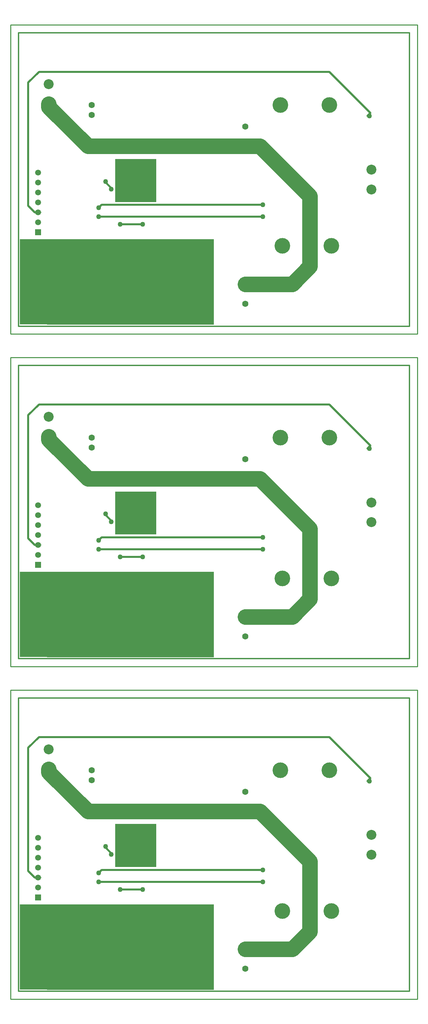
<source format=gbl>
%FSLAX42Y42*%
%MOMM*%
G71*
G01*
G75*
G04 Layer_Physical_Order=2*
G04 Layer_Color=16711680*
%ADD10C,0.25*%
%ADD11C,0.30*%
%ADD12R,1.05X0.40*%
%ADD13R,0.70X1.30*%
%ADD14R,0.70X1.20*%
%ADD15R,0.90X1.60*%
%ADD16R,1.30X0.90*%
%ADD17R,1.00X1.20*%
%ADD18R,0.90X1.30*%
%ADD19R,1.00X1.70*%
%ADD20R,1.30X0.70*%
%ADD21R,1.20X0.70*%
%ADD22R,0.60X0.80*%
%ADD23R,1.30X3.60*%
%ADD24R,1.30X1.30*%
%ADD25R,1.50X0.60*%
%ADD26R,0.60X0.80*%
%ADD27R,0.70X0.60*%
%ADD28R,1.20X1.00*%
%ADD29C,0.50*%
%ADD30C,1.00*%
%ADD31C,0.20*%
%ADD32C,10.00*%
%ADD33C,1.50*%
%ADD34R,1.50X1.50*%
%ADD35C,2.54*%
%ADD36C,1.60*%
%ADD37C,4.00*%
%ADD38C,1.27*%
%ADD39C,4.00*%
G36*
X5267Y2416D02*
Y226D01*
X1698D01*
X302Y240D01*
Y2416D01*
X5267D01*
X5267Y2416D01*
D02*
G37*
G36*
X3792Y3365D02*
X2742D01*
Y4465D01*
X3792D01*
Y3365D01*
D02*
G37*
G36*
X5267Y10915D02*
Y8726D01*
X1698D01*
X302Y8740D01*
Y10915D01*
X5267D01*
X5267Y10915D01*
D02*
G37*
G36*
X3792Y11865D02*
X2742D01*
Y12965D01*
X3792D01*
Y11865D01*
D02*
G37*
G36*
X5267Y19415D02*
Y17226D01*
X1698D01*
X302Y17240D01*
Y19415D01*
X5267D01*
X5267Y19415D01*
D02*
G37*
G36*
X3792Y20365D02*
X2742D01*
Y21465D01*
X3792D01*
Y20365D01*
D02*
G37*
D10*
X67Y-9D02*
Y7890D01*
X10467D01*
Y-9D02*
Y7890D01*
X67Y-9D02*
X10467D01*
X67Y8490D02*
Y16390D01*
X10467D01*
Y8490D02*
Y16390D01*
X67Y8490D02*
X10467D01*
X67Y16990D02*
Y24890D01*
X10467D01*
Y16990D02*
Y24890D01*
X67Y16990D02*
X10467D01*
D11*
X267Y190D02*
Y7690D01*
X10267D01*
Y190D02*
Y7690D01*
X267Y190D02*
X10267D01*
X267Y8690D02*
Y16190D01*
X10267D01*
Y8690D02*
Y16190D01*
X267Y8690D02*
X10267D01*
X267Y17190D02*
Y24690D01*
X10267D01*
Y17190D02*
Y24690D01*
X267Y17190D02*
X10267D01*
D29*
X2492Y3865D02*
Y3890D01*
Y3865D02*
X2667Y3690D01*
X8217Y6690D02*
X9267Y5640D01*
X9192Y5565D02*
X9267Y5640D01*
X9192Y5565D02*
X9242D01*
X684Y3099D02*
X767D01*
X517Y3265D02*
X684Y3099D01*
X517Y3265D02*
Y6415D01*
X792Y6690D01*
X8217D01*
X1042Y5869D02*
X1171D01*
X2392Y3290D02*
X6517D01*
X2317Y3215D02*
X2392Y3290D01*
X767Y3099D02*
X825D01*
X9292Y3615D02*
Y3678D01*
X2317Y2991D02*
X6517D01*
X2867Y2791D02*
X3442D01*
X2492Y12365D02*
Y12390D01*
Y12365D02*
X2667Y12190D01*
X8217Y15190D02*
X9267Y14140D01*
X9192Y14065D02*
X9267Y14140D01*
X9192Y14065D02*
X9242D01*
X684Y11599D02*
X767D01*
X517Y11765D02*
X684Y11599D01*
X517Y11765D02*
Y14915D01*
X792Y15190D01*
X8217D01*
X1042Y14370D02*
X1171D01*
X2392Y11790D02*
X6517D01*
X2317Y11715D02*
X2392Y11790D01*
X767Y11599D02*
X825D01*
X9292Y12115D02*
Y12179D01*
X2317Y11490D02*
X6517D01*
X2867Y11290D02*
X3442D01*
X2492Y20865D02*
Y20890D01*
Y20865D02*
X2667Y20690D01*
X8217Y23690D02*
X9267Y22640D01*
X9192Y22565D02*
X9267Y22640D01*
X9192Y22565D02*
X9242D01*
X684Y20099D02*
X767D01*
X517Y20265D02*
X684Y20099D01*
X517Y20265D02*
Y23415D01*
X792Y23690D01*
X8217D01*
X1042Y22870D02*
X1171D01*
X2392Y20290D02*
X6517D01*
X2317Y20215D02*
X2392Y20290D01*
X767Y20099D02*
X825D01*
X9292Y20615D02*
Y20679D01*
X2317Y19990D02*
X6517D01*
X2867Y19790D02*
X3442D01*
D33*
X767Y3099D02*
D03*
Y2844D02*
D03*
Y3353D02*
D03*
Y3606D02*
D03*
Y3860D02*
D03*
Y4115D02*
D03*
Y11599D02*
D03*
Y11344D02*
D03*
Y11853D02*
D03*
Y12107D02*
D03*
Y12361D02*
D03*
Y12614D02*
D03*
Y20099D02*
D03*
Y19845D02*
D03*
Y20352D02*
D03*
Y20607D02*
D03*
Y20860D02*
D03*
Y21115D02*
D03*
D34*
Y2591D02*
D03*
Y11090D02*
D03*
Y19590D02*
D03*
D35*
X1042Y5869D02*
D03*
Y6378D02*
D03*
X9292Y4187D02*
D03*
Y3678D02*
D03*
X1042Y14370D02*
D03*
Y14877D02*
D03*
X9292Y12686D02*
D03*
Y12179D02*
D03*
X1042Y22870D02*
D03*
Y23377D02*
D03*
X9292Y21187D02*
D03*
Y20679D02*
D03*
D36*
X6067Y5290D02*
D03*
Y4790D02*
D03*
Y766D02*
D03*
Y1265D02*
D03*
X2142Y5590D02*
D03*
Y5840D02*
D03*
X6067Y13790D02*
D03*
Y13290D02*
D03*
Y9265D02*
D03*
Y9765D02*
D03*
X2142Y14090D02*
D03*
Y14340D02*
D03*
X6067Y22290D02*
D03*
Y21790D02*
D03*
Y17765D02*
D03*
Y18265D02*
D03*
X2142Y22590D02*
D03*
Y22840D02*
D03*
D37*
X8217Y5840D02*
D03*
X6967D02*
D03*
X8267Y2241D02*
D03*
X7017D02*
D03*
X8217Y14340D02*
D03*
X6967D02*
D03*
X8267Y10740D02*
D03*
X7017D02*
D03*
X8217Y22840D02*
D03*
X6967D02*
D03*
X8267Y19240D02*
D03*
X7017D02*
D03*
D38*
X1042Y791D02*
D03*
Y1090D02*
D03*
X3917Y840D02*
D03*
X2342D02*
D03*
X3917Y1140D02*
D03*
X2342Y1115D02*
D03*
X3467Y3440D02*
D03*
X2892Y4240D02*
D03*
Y3440D02*
D03*
X2642Y3690D02*
D03*
X2492Y3890D02*
D03*
X9242Y5565D02*
D03*
X6517Y2991D02*
D03*
Y3290D02*
D03*
X2317Y2991D02*
D03*
Y3215D02*
D03*
X2867Y2791D02*
D03*
X3442D02*
D03*
X1042Y9290D02*
D03*
Y9590D02*
D03*
X3917Y9340D02*
D03*
X2342D02*
D03*
X3917Y9640D02*
D03*
X2342Y9615D02*
D03*
X3467Y11940D02*
D03*
X2892Y12740D02*
D03*
Y11940D02*
D03*
X2642Y12190D02*
D03*
X2492Y12390D02*
D03*
X9242Y14065D02*
D03*
X6517Y11490D02*
D03*
Y11790D02*
D03*
X2317Y11490D02*
D03*
Y11715D02*
D03*
X2867Y11290D02*
D03*
X3442D02*
D03*
X1042Y17790D02*
D03*
Y18090D02*
D03*
X3917Y17840D02*
D03*
X2342D02*
D03*
X3917Y18140D02*
D03*
X2342Y18115D02*
D03*
X3467Y20440D02*
D03*
X2892Y21240D02*
D03*
Y20440D02*
D03*
X2642Y20690D02*
D03*
X2492Y20890D02*
D03*
X9242Y22565D02*
D03*
X6517Y19990D02*
D03*
Y20290D02*
D03*
X2317Y19990D02*
D03*
Y20215D02*
D03*
X2867Y19790D02*
D03*
X3442D02*
D03*
D39*
X6067Y1265D02*
X7267D01*
X7717Y1716D01*
Y3515D01*
X6442Y4790D02*
X7717Y3515D01*
X6067Y4790D02*
X6442D01*
X1042Y5790D02*
Y5869D01*
Y5790D02*
X2042Y4790D01*
X6067D01*
Y9765D02*
X7267D01*
X7717Y10215D01*
Y12015D01*
X6442Y13290D02*
X7717Y12015D01*
X6067Y13290D02*
X6442D01*
X1042Y14290D02*
Y14370D01*
Y14290D02*
X2042Y13290D01*
X6067D01*
Y18265D02*
X7267D01*
X7717Y18715D01*
Y20515D01*
X6442Y21790D02*
X7717Y20515D01*
X6067Y21790D02*
X6442D01*
X1042Y22790D02*
Y22870D01*
Y22790D02*
X2042Y21790D01*
X6067D01*
M02*

</source>
